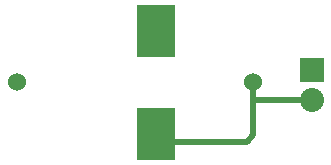
<source format=gbr>
G04 #@! TF.FileFunction,Copper,L2,Bot,Signal*
%FSLAX46Y46*%
G04 Gerber Fmt 4.6, Leading zero omitted, Abs format (unit mm)*
G04 Created by KiCad (PCBNEW 4.0.2-stable) date Saturday, September 17, 2016 'PMt' 12:44:10 PM*
%MOMM*%
G01*
G04 APERTURE LIST*
%ADD10C,0.100000*%
%ADD11R,3.299460X4.500880*%
%ADD12C,1.524000*%
%ADD13R,2.032000X2.032000*%
%ADD14O,2.032000X2.032000*%
%ADD15C,0.500000*%
G04 APERTURE END LIST*
D10*
D11*
X142240000Y-95166180D03*
X142240000Y-103969820D03*
D12*
X150490000Y-99568000D03*
X130490000Y-99568000D03*
D13*
X155448000Y-98552000D03*
D14*
X155448000Y-101092000D03*
D15*
X150490000Y-99568000D02*
X150490000Y-104018000D01*
X150490000Y-104018000D02*
X149938740Y-104569260D01*
X149938740Y-104569260D02*
X142240000Y-104569260D01*
X155448000Y-101092000D02*
X150622000Y-101092000D01*
X150490000Y-100960000D02*
X150490000Y-99568000D01*
X150622000Y-101092000D02*
X150490000Y-100960000D01*
M02*

</source>
